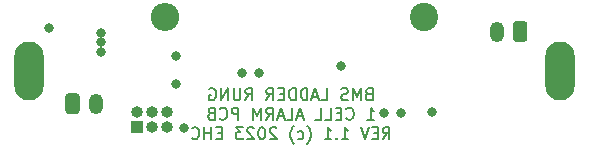
<source format=gbr>
%TF.GenerationSoftware,KiCad,Pcbnew,(5.1.10-1-10_14)*%
%TF.CreationDate,2023-04-11T22:44:58+12:00*%
%TF.ProjectId,BMSladder,424d536c-6164-4646-9572-2e6b69636164,rev?*%
%TF.SameCoordinates,Original*%
%TF.FileFunction,Soldermask,Bot*%
%TF.FilePolarity,Negative*%
%FSLAX46Y46*%
G04 Gerber Fmt 4.6, Leading zero omitted, Abs format (unit mm)*
G04 Created by KiCad (PCBNEW (5.1.10-1-10_14)) date 2023-04-11 22:44:58*
%MOMM*%
%LPD*%
G01*
G04 APERTURE LIST*
%ADD10C,0.150000*%
%ADD11O,1.200000X1.750000*%
%ADD12O,1.000000X1.000000*%
%ADD13R,1.000000X1.000000*%
%ADD14O,2.400000X2.400000*%
%ADD15C,2.400000*%
%ADD16O,2.500000X5.000000*%
%ADD17C,0.800000*%
G04 APERTURE END LIST*
D10*
X50771428Y-27978571D02*
X50628571Y-28026190D01*
X50580952Y-28073809D01*
X50533333Y-28169047D01*
X50533333Y-28311904D01*
X50580952Y-28407142D01*
X50628571Y-28454761D01*
X50723809Y-28502380D01*
X51104761Y-28502380D01*
X51104761Y-27502380D01*
X50771428Y-27502380D01*
X50676190Y-27550000D01*
X50628571Y-27597619D01*
X50580952Y-27692857D01*
X50580952Y-27788095D01*
X50628571Y-27883333D01*
X50676190Y-27930952D01*
X50771428Y-27978571D01*
X51104761Y-27978571D01*
X50104761Y-28502380D02*
X50104761Y-27502380D01*
X49771428Y-28216666D01*
X49438095Y-27502380D01*
X49438095Y-28502380D01*
X49009523Y-28454761D02*
X48866666Y-28502380D01*
X48628571Y-28502380D01*
X48533333Y-28454761D01*
X48485714Y-28407142D01*
X48438095Y-28311904D01*
X48438095Y-28216666D01*
X48485714Y-28121428D01*
X48533333Y-28073809D01*
X48628571Y-28026190D01*
X48819047Y-27978571D01*
X48914285Y-27930952D01*
X48961904Y-27883333D01*
X49009523Y-27788095D01*
X49009523Y-27692857D01*
X48961904Y-27597619D01*
X48914285Y-27550000D01*
X48819047Y-27502380D01*
X48580952Y-27502380D01*
X48438095Y-27550000D01*
X46771428Y-28502380D02*
X47247619Y-28502380D01*
X47247619Y-27502380D01*
X46485714Y-28216666D02*
X46009523Y-28216666D01*
X46580952Y-28502380D02*
X46247619Y-27502380D01*
X45914285Y-28502380D01*
X45580952Y-28502380D02*
X45580952Y-27502380D01*
X45342857Y-27502380D01*
X45200000Y-27550000D01*
X45104761Y-27645238D01*
X45057142Y-27740476D01*
X45009523Y-27930952D01*
X45009523Y-28073809D01*
X45057142Y-28264285D01*
X45104761Y-28359523D01*
X45200000Y-28454761D01*
X45342857Y-28502380D01*
X45580952Y-28502380D01*
X44580952Y-28502380D02*
X44580952Y-27502380D01*
X44342857Y-27502380D01*
X44200000Y-27550000D01*
X44104761Y-27645238D01*
X44057142Y-27740476D01*
X44009523Y-27930952D01*
X44009523Y-28073809D01*
X44057142Y-28264285D01*
X44104761Y-28359523D01*
X44200000Y-28454761D01*
X44342857Y-28502380D01*
X44580952Y-28502380D01*
X43580952Y-27978571D02*
X43247619Y-27978571D01*
X43104761Y-28502380D02*
X43580952Y-28502380D01*
X43580952Y-27502380D01*
X43104761Y-27502380D01*
X42104761Y-28502380D02*
X42438095Y-28026190D01*
X42676190Y-28502380D02*
X42676190Y-27502380D01*
X42295238Y-27502380D01*
X42200000Y-27550000D01*
X42152380Y-27597619D01*
X42104761Y-27692857D01*
X42104761Y-27835714D01*
X42152380Y-27930952D01*
X42200000Y-27978571D01*
X42295238Y-28026190D01*
X42676190Y-28026190D01*
X40342857Y-28502380D02*
X40676190Y-28026190D01*
X40914285Y-28502380D02*
X40914285Y-27502380D01*
X40533333Y-27502380D01*
X40438095Y-27550000D01*
X40390476Y-27597619D01*
X40342857Y-27692857D01*
X40342857Y-27835714D01*
X40390476Y-27930952D01*
X40438095Y-27978571D01*
X40533333Y-28026190D01*
X40914285Y-28026190D01*
X39914285Y-27502380D02*
X39914285Y-28311904D01*
X39866666Y-28407142D01*
X39819047Y-28454761D01*
X39723809Y-28502380D01*
X39533333Y-28502380D01*
X39438095Y-28454761D01*
X39390476Y-28407142D01*
X39342857Y-28311904D01*
X39342857Y-27502380D01*
X38866666Y-28502380D02*
X38866666Y-27502380D01*
X38295238Y-28502380D01*
X38295238Y-27502380D01*
X37295238Y-27550000D02*
X37390476Y-27502380D01*
X37533333Y-27502380D01*
X37676190Y-27550000D01*
X37771428Y-27645238D01*
X37819047Y-27740476D01*
X37866666Y-27930952D01*
X37866666Y-28073809D01*
X37819047Y-28264285D01*
X37771428Y-28359523D01*
X37676190Y-28454761D01*
X37533333Y-28502380D01*
X37438095Y-28502380D01*
X37295238Y-28454761D01*
X37247619Y-28407142D01*
X37247619Y-28073809D01*
X37438095Y-28073809D01*
X50652380Y-30152380D02*
X51223809Y-30152380D01*
X50938095Y-30152380D02*
X50938095Y-29152380D01*
X51033333Y-29295238D01*
X51128571Y-29390476D01*
X51223809Y-29438095D01*
X48890476Y-30057142D02*
X48938095Y-30104761D01*
X49080952Y-30152380D01*
X49176190Y-30152380D01*
X49319047Y-30104761D01*
X49414285Y-30009523D01*
X49461904Y-29914285D01*
X49509523Y-29723809D01*
X49509523Y-29580952D01*
X49461904Y-29390476D01*
X49414285Y-29295238D01*
X49319047Y-29200000D01*
X49176190Y-29152380D01*
X49080952Y-29152380D01*
X48938095Y-29200000D01*
X48890476Y-29247619D01*
X48461904Y-29628571D02*
X48128571Y-29628571D01*
X47985714Y-30152380D02*
X48461904Y-30152380D01*
X48461904Y-29152380D01*
X47985714Y-29152380D01*
X47080952Y-30152380D02*
X47557142Y-30152380D01*
X47557142Y-29152380D01*
X46271428Y-30152380D02*
X46747619Y-30152380D01*
X46747619Y-29152380D01*
X45223809Y-29866666D02*
X44747619Y-29866666D01*
X45319047Y-30152380D02*
X44985714Y-29152380D01*
X44652380Y-30152380D01*
X43842857Y-30152380D02*
X44319047Y-30152380D01*
X44319047Y-29152380D01*
X43557142Y-29866666D02*
X43080952Y-29866666D01*
X43652380Y-30152380D02*
X43319047Y-29152380D01*
X42985714Y-30152380D01*
X42080952Y-30152380D02*
X42414285Y-29676190D01*
X42652380Y-30152380D02*
X42652380Y-29152380D01*
X42271428Y-29152380D01*
X42176190Y-29200000D01*
X42128571Y-29247619D01*
X42080952Y-29342857D01*
X42080952Y-29485714D01*
X42128571Y-29580952D01*
X42176190Y-29628571D01*
X42271428Y-29676190D01*
X42652380Y-29676190D01*
X41652380Y-30152380D02*
X41652380Y-29152380D01*
X41319047Y-29866666D01*
X40985714Y-29152380D01*
X40985714Y-30152380D01*
X39747619Y-30152380D02*
X39747619Y-29152380D01*
X39366666Y-29152380D01*
X39271428Y-29200000D01*
X39223809Y-29247619D01*
X39176190Y-29342857D01*
X39176190Y-29485714D01*
X39223809Y-29580952D01*
X39271428Y-29628571D01*
X39366666Y-29676190D01*
X39747619Y-29676190D01*
X38176190Y-30057142D02*
X38223809Y-30104761D01*
X38366666Y-30152380D01*
X38461904Y-30152380D01*
X38604761Y-30104761D01*
X38700000Y-30009523D01*
X38747619Y-29914285D01*
X38795238Y-29723809D01*
X38795238Y-29580952D01*
X38747619Y-29390476D01*
X38700000Y-29295238D01*
X38604761Y-29200000D01*
X38461904Y-29152380D01*
X38366666Y-29152380D01*
X38223809Y-29200000D01*
X38176190Y-29247619D01*
X37414285Y-29628571D02*
X37271428Y-29676190D01*
X37223809Y-29723809D01*
X37176190Y-29819047D01*
X37176190Y-29961904D01*
X37223809Y-30057142D01*
X37271428Y-30104761D01*
X37366666Y-30152380D01*
X37747619Y-30152380D01*
X37747619Y-29152380D01*
X37414285Y-29152380D01*
X37319047Y-29200000D01*
X37271428Y-29247619D01*
X37223809Y-29342857D01*
X37223809Y-29438095D01*
X37271428Y-29533333D01*
X37319047Y-29580952D01*
X37414285Y-29628571D01*
X37747619Y-29628571D01*
X51961904Y-31802380D02*
X52295238Y-31326190D01*
X52533333Y-31802380D02*
X52533333Y-30802380D01*
X52152380Y-30802380D01*
X52057142Y-30850000D01*
X52009523Y-30897619D01*
X51961904Y-30992857D01*
X51961904Y-31135714D01*
X52009523Y-31230952D01*
X52057142Y-31278571D01*
X52152380Y-31326190D01*
X52533333Y-31326190D01*
X51533333Y-31278571D02*
X51200000Y-31278571D01*
X51057142Y-31802380D02*
X51533333Y-31802380D01*
X51533333Y-30802380D01*
X51057142Y-30802380D01*
X50771428Y-30802380D02*
X50438095Y-31802380D01*
X50104761Y-30802380D01*
X48485714Y-31802380D02*
X49057142Y-31802380D01*
X48771428Y-31802380D02*
X48771428Y-30802380D01*
X48866666Y-30945238D01*
X48961904Y-31040476D01*
X49057142Y-31088095D01*
X48057142Y-31707142D02*
X48009523Y-31754761D01*
X48057142Y-31802380D01*
X48104761Y-31754761D01*
X48057142Y-31707142D01*
X48057142Y-31802380D01*
X47057142Y-31802380D02*
X47628571Y-31802380D01*
X47342857Y-31802380D02*
X47342857Y-30802380D01*
X47438095Y-30945238D01*
X47533333Y-31040476D01*
X47628571Y-31088095D01*
X45580952Y-32183333D02*
X45628571Y-32135714D01*
X45723809Y-31992857D01*
X45771428Y-31897619D01*
X45819047Y-31754761D01*
X45866666Y-31516666D01*
X45866666Y-31326190D01*
X45819047Y-31088095D01*
X45771428Y-30945238D01*
X45723809Y-30850000D01*
X45628571Y-30707142D01*
X45580952Y-30659523D01*
X44771428Y-31754761D02*
X44866666Y-31802380D01*
X45057142Y-31802380D01*
X45152380Y-31754761D01*
X45200000Y-31707142D01*
X45247619Y-31611904D01*
X45247619Y-31326190D01*
X45200000Y-31230952D01*
X45152380Y-31183333D01*
X45057142Y-31135714D01*
X44866666Y-31135714D01*
X44771428Y-31183333D01*
X44438095Y-32183333D02*
X44390476Y-32135714D01*
X44295238Y-31992857D01*
X44247619Y-31897619D01*
X44200000Y-31754761D01*
X44152380Y-31516666D01*
X44152380Y-31326190D01*
X44200000Y-31088095D01*
X44247619Y-30945238D01*
X44295238Y-30850000D01*
X44390476Y-30707142D01*
X44438095Y-30659523D01*
X42961904Y-30897619D02*
X42914285Y-30850000D01*
X42819047Y-30802380D01*
X42580952Y-30802380D01*
X42485714Y-30850000D01*
X42438095Y-30897619D01*
X42390476Y-30992857D01*
X42390476Y-31088095D01*
X42438095Y-31230952D01*
X43009523Y-31802380D01*
X42390476Y-31802380D01*
X41771428Y-30802380D02*
X41676190Y-30802380D01*
X41580952Y-30850000D01*
X41533333Y-30897619D01*
X41485714Y-30992857D01*
X41438095Y-31183333D01*
X41438095Y-31421428D01*
X41485714Y-31611904D01*
X41533333Y-31707142D01*
X41580952Y-31754761D01*
X41676190Y-31802380D01*
X41771428Y-31802380D01*
X41866666Y-31754761D01*
X41914285Y-31707142D01*
X41961904Y-31611904D01*
X42009523Y-31421428D01*
X42009523Y-31183333D01*
X41961904Y-30992857D01*
X41914285Y-30897619D01*
X41866666Y-30850000D01*
X41771428Y-30802380D01*
X41057142Y-30897619D02*
X41009523Y-30850000D01*
X40914285Y-30802380D01*
X40676190Y-30802380D01*
X40580952Y-30850000D01*
X40533333Y-30897619D01*
X40485714Y-30992857D01*
X40485714Y-31088095D01*
X40533333Y-31230952D01*
X41104761Y-31802380D01*
X40485714Y-31802380D01*
X40152380Y-30802380D02*
X39533333Y-30802380D01*
X39866666Y-31183333D01*
X39723809Y-31183333D01*
X39628571Y-31230952D01*
X39580952Y-31278571D01*
X39533333Y-31373809D01*
X39533333Y-31611904D01*
X39580952Y-31707142D01*
X39628571Y-31754761D01*
X39723809Y-31802380D01*
X40009523Y-31802380D01*
X40104761Y-31754761D01*
X40152380Y-31707142D01*
X38342857Y-31278571D02*
X38009523Y-31278571D01*
X37866666Y-31802380D02*
X38342857Y-31802380D01*
X38342857Y-30802380D01*
X37866666Y-30802380D01*
X37438095Y-31802380D02*
X37438095Y-30802380D01*
X37438095Y-31278571D02*
X36866666Y-31278571D01*
X36866666Y-31802380D02*
X36866666Y-30802380D01*
X35819047Y-31707142D02*
X35866666Y-31754761D01*
X36009523Y-31802380D01*
X36104761Y-31802380D01*
X36247619Y-31754761D01*
X36342857Y-31659523D01*
X36390476Y-31564285D01*
X36438095Y-31373809D01*
X36438095Y-31230952D01*
X36390476Y-31040476D01*
X36342857Y-30945238D01*
X36247619Y-30850000D01*
X36104761Y-30802380D01*
X36009523Y-30802380D01*
X35866666Y-30850000D01*
X35819047Y-30897619D01*
D11*
%TO.C,J4*%
X27700000Y-28800000D03*
G36*
G01*
X25100000Y-29425001D02*
X25100000Y-28174999D01*
G75*
G02*
X25349999Y-27925000I249999J0D01*
G01*
X26050001Y-27925000D01*
G75*
G02*
X26300000Y-28174999I0J-249999D01*
G01*
X26300000Y-29425001D01*
G75*
G02*
X26050001Y-29675000I-249999J0D01*
G01*
X25349999Y-29675000D01*
G75*
G02*
X25100000Y-29425001I0J249999D01*
G01*
G37*
%TD*%
%TO.C,J3*%
X61600000Y-22700000D03*
G36*
G01*
X64200000Y-22074999D02*
X64200000Y-23325001D01*
G75*
G02*
X63950001Y-23575000I-249999J0D01*
G01*
X63249999Y-23575000D01*
G75*
G02*
X63000000Y-23325001I0J249999D01*
G01*
X63000000Y-22074999D01*
G75*
G02*
X63249999Y-21825000I249999J0D01*
G01*
X63950001Y-21825000D01*
G75*
G02*
X64200000Y-22074999I0J-249999D01*
G01*
G37*
%TD*%
D12*
%TO.C,J5*%
X33740000Y-29530000D03*
X33740000Y-30800000D03*
X32470000Y-29530000D03*
X32470000Y-30800000D03*
X31200000Y-29530000D03*
D13*
X31200000Y-30800000D03*
%TD*%
D14*
%TO.C,R7*%
X33500000Y-21500000D03*
D15*
X55500000Y-21500000D03*
%TD*%
D16*
%TO.C,H2*%
X22000000Y-26000000D03*
%TD*%
%TO.C,H1*%
X67000000Y-26000000D03*
%TD*%
D17*
X34450000Y-27150000D03*
X23700000Y-22400000D03*
X28100000Y-22800004D03*
X28099992Y-23565677D03*
X28100004Y-24400000D03*
X56100000Y-29550000D03*
X48400000Y-25625022D03*
X34500000Y-24800000D03*
X35100000Y-30900000D03*
X52100000Y-29600000D03*
X41500000Y-26200010D03*
X53500000Y-29600000D03*
X40089070Y-26185610D03*
M02*

</source>
